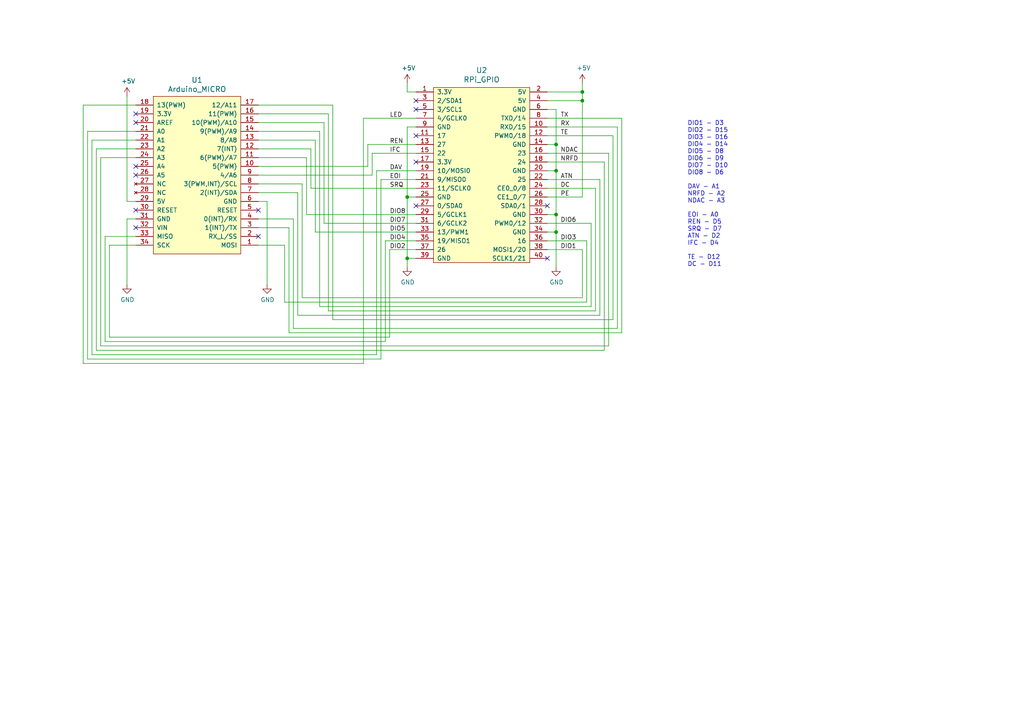
<source format=kicad_sch>
(kicad_sch (version 20211123) (generator eeschema)
  (paper "A4")
  (title_block (title "GrasPiB-AR488 Adapter") (date "2021-11-27") (rev "0") (company "A. Vene") (comment 1 "GrasPiB to Arduino Micro Adapter Board"))
  (lib_symbols
    (symbol "McuBoards:Arduino_MICRO" (pin_names (offset 1.016))
      (property "Reference" "U" (at 11.43 -24.13 0))
      (property "Value" "Arduino_MICRO" (at 0 24.13 0))
      (symbol "Arduino_MICRO_0_1"
        (rectangle (start -12.7 22.86) (end 12.7 -22.86) (fill (type background)))
      )
      (symbol "Arduino_MICRO_1_1"
        (pin output line (at -17.78 20.32 0) (length 5.08) (name "MOSI") (number "1"))
        (pin bidirectional line (at -17.78 -2.54 0) (length 5.08) (name "5(PWM)") (number "10"))
        (pin bidirectional line (at -17.78 -5.08 0) (length 5.08) (name "6(PWM)/A7") (number "11"))
        (pin bidirectional line (at -17.78 -7.62 0) (length 5.08) (name "7(INT)") (number "12"))
        (pin bidirectional line (at -17.78 -10.16 0) (length 5.08) (name "8/A8") (number "13"))
        (pin bidirectional line (at -17.78 -12.7 0) (length 5.08) (name "9(PWM)/A9") (number "14"))
        (pin bidirectional line (at -17.78 -15.24 0) (length 5.08) (name "10(PWM)/A10") (number "15"))
        (pin bidirectional line (at -17.78 -17.78 0) (length 5.08) (name "11(PWM)") (number "16"))
        (pin bidirectional line (at -17.78 -20.32 0) (length 5.08) (name "12/A11") (number "17"))
        (pin bidirectional line (at 17.78 -20.32 180) (length 5.08) (name "13(PWM)") (number "18"))
        (pin power_out line (at 17.78 -17.78 180) (length 5.08) (name "3.3V") (number "19"))
        (pin bidirectional line (at -17.78 17.78 0) (length 5.08) (name "RX_L/SS") (number "2"))
        (pin power_in line (at 17.78 -15.24 180) (length 5.08) (name "AREF") (number "20"))
        (pin bidirectional line (at 17.78 -12.7 180) (length 5.08) (name "A0") (number "21"))
        (pin bidirectional line (at 17.78 -10.16 180) (length 5.08) (name "A1") (number "22"))
        (pin bidirectional line (at 17.78 -7.62 180) (length 5.08) (name "A2") (number "23"))
        (pin bidirectional line (at 17.78 -5.08 180) (length 5.08) (name "A3") (number "24"))
        (pin bidirectional line (at 17.78 -2.54 180) (length 5.08) (name "A4") (number "25"))
        (pin bidirectional line (at 17.78 0 180) (length 5.08) (name "A5") (number "26"))
        (pin no_connect line (at 17.78 2.54 180) (length 5.08) (name "NC") (number "27"))
        (pin no_connect line (at 17.78 5.08 180) (length 5.08) (name "NC") (number "28"))
        (pin power_in line (at 17.78 7.62 180) (length 5.08) (name "5V") (number "29"))
        (pin bidirectional line (at -17.78 15.24 0) (length 5.08) (name "1(INT)/TX") (number "3"))
        (pin input line (at 17.78 10.16 180) (length 5.08) (name "RESET") (number "30"))
        (pin power_in line (at 17.78 12.7 180) (length 5.08) (name "GND") (number "31"))
        (pin power_in line (at 17.78 15.24 180) (length 5.08) (name "VIN") (number "32"))
        (pin bidirectional line (at 17.78 17.78 180) (length 5.08) (name "MISO") (number "33"))
        (pin bidirectional line (at 17.78 20.32 180) (length 5.08) (name "SCK") (number "34"))
        (pin bidirectional line (at -17.78 12.7 0) (length 5.08) (name "0(INT)/RX") (number "4"))
        (pin input line (at -17.78 10.16 0) (length 5.08) (name "RESET") (number "5"))
        (pin power_in line (at -17.78 7.62 0) (length 5.08) (name "GND") (number "6"))
        (pin power_in line (at -17.78 5.08 0) (length 5.08) (name "2(INT)/SDA") (number "7"))
        (pin bidirectional line (at -17.78 2.54 0) (length 5.08) (name "3(PWM,INT)/SCL") (number "8"))
        (pin bidirectional line (at -17.78 0 0) (length 5.08) (name "4/A6") (number "9"))
      )
    )
    (symbol "RaspberryPi:RPi_GPIO" (pin_names (offset 1.016))
      (property "Reference" "U" (at 27.94 -12.7 0))
      (property "Value" "RPi_GPIO" (at 0 0 0))
      (symbol "RPi_GPIO_0_1"
        (rectangle (start -25.4 13.97) (end 25.4 -13.97) (fill (type background)))
      )
      (symbol "RPi_GPIO_1_1"
        (pin power_out line (at -24.13 -19.05 90) (length 5.08) (name "3.3V") (number "1"))
        (pin bidirectional line (at -13.97 19.05 270) (length 5.08) (name "RXD/15") (number "10"))
        (pin bidirectional line (at -11.43 -19.05 90) (length 5.08) (name "17") (number "11"))
        (pin bidirectional line (at -11.43 19.05 270) (length 5.08) (name "PWM0/18") (number "12"))
        (pin bidirectional line (at -8.89 -19.05 90) (length 5.08) (name "27") (number "13"))
        (pin passive line (at -8.89 19.05 270) (length 5.08) (name "GND") (number "14"))
        (pin bidirectional line (at -6.35 -19.05 90) (length 5.08) (name "22") (number "15"))
        (pin bidirectional line (at -6.35 19.05 270) (length 5.08) (name "23") (number "16"))
        (pin power_out line (at -3.81 -19.05 90) (length 5.08) (name "3.3V") (number "17"))
        (pin bidirectional line (at -3.81 19.05 270) (length 5.08) (name "24") (number "18"))
        (pin bidirectional line (at -1.27 -19.05 90) (length 5.08) (name "10/MOSI0") (number "19"))
        (pin power_in line (at -24.13 19.05 270) (length 5.08) (name "5V") (number "2"))
        (pin passive line (at -1.27 19.05 270) (length 5.08) (name "GND") (number "20"))
        (pin bidirectional line (at 1.27 -19.05 90) (length 5.08) (name "9/MISO0") (number "21"))
        (pin bidirectional line (at 1.27 19.05 270) (length 5.08) (name "25") (number "22"))
        (pin bidirectional line (at 3.81 -19.05 90) (length 5.08) (name "11/SCLK0") (number "23"))
        (pin bidirectional line (at 3.81 19.05 270) (length 5.08) (name "CE0_0/8") (number "24"))
        (pin passive line (at 6.35 -19.05 90) (length 5.08) (name "GND") (number "25"))
        (pin bidirectional line (at 6.35 19.05 270) (length 5.08) (name "CE1_0/7") (number "26"))
        (pin bidirectional line (at 8.89 -19.05 90) (length 5.08) (name "0/SDA0") (number "27"))
        (pin bidirectional line (at 8.89 19.05 270) (length 5.08) (name "SDA0/1") (number "28"))
        (pin bidirectional line (at 11.43 -19.05 90) (length 5.08) (name "5/GCLK1") (number "29"))
        (pin bidirectional line (at -21.59 -19.05 90) (length 5.08) (name "2/SDA1") (number "3"))
        (pin passive line (at 11.43 19.05 270) (length 5.08) (name "GND") (number "30"))
        (pin bidirectional line (at 13.97 -19.05 90) (length 5.08) (name "6/GCLK2") (number "31"))
        (pin bidirectional line (at 13.97 19.05 270) (length 5.08) (name "PWM0/12") (number "32"))
        (pin bidirectional line (at 16.51 -19.05 90) (length 5.08) (name "13/PWM1") (number "33"))
        (pin passive line (at 16.51 19.05 270) (length 5.08) (name "GND") (number "34"))
        (pin bidirectional line (at 19.05 -19.05 90) (length 5.08) (name "19/MISO1") (number "35"))
        (pin bidirectional line (at 19.05 19.05 270) (length 5.08) (name "16") (number "36"))
        (pin bidirectional line (at 21.59 -19.05 90) (length 5.08) (name "26") (number "37"))
        (pin bidirectional line (at 21.59 19.05 270) (length 5.08) (name "MOSI1/20") (number "38"))
        (pin passive line (at 24.13 -19.05 90) (length 5.08) (name "GND") (number "39"))
        (pin power_in line (at -21.59 19.05 270) (length 5.08) (name "5V") (number "4"))
        (pin bidirectional line (at 24.13 19.05 270) (length 5.08) (name "SCLK1/21") (number "40"))
        (pin bidirectional line (at -19.05 -19.05 90) (length 5.08) (name "3/SCL1") (number "5"))
        (pin passive line (at -19.05 19.05 270) (length 5.08) (name "GND") (number "6"))
        (pin bidirectional line (at -16.51 -19.05 90) (length 5.08) (name "4/GCLK0") (number "7"))
        (pin bidirectional line (at -16.51 19.05 270) (length 5.08) (name "TXD/14") (number "8"))
        (pin passive line (at -13.97 -19.05 90) (length 5.08) (name "GND") (number "9"))
      )
    )
    (symbol "power:+5V" (power) (pin_names (offset 0))
      (property "Value" "+5V" (at 0 3.556 0))
      (symbol "+5V_0_1"
        (polyline (pts (xy -0.762 1.27) (xy 0 2.54)))
        (polyline (pts (xy 0 0) (xy 0 2.54)))
        (polyline (pts (xy 0 2.54) (xy 0.762 1.27)))
      )
      (symbol "+5V_1_1"
        (pin power_in line (at 0 0 90) (length 0) hide (name "+5V") (number "1"))
      )
    )
    (symbol "power:GND" (power) (pin_names (offset 0))
      (property "Value" "GND" (at 0 -3.81 0))
      (symbol "GND_0_1"
        (polyline (pts (xy 0 0) (xy 0 -1.27) (xy 1.27 -1.27) (xy 0 -2.54) (xy -1.27 -1.27) (xy 0 -1.27)))
      )
      (symbol "GND_1_1"
        (pin power_in line (at 0 0 270) (length 0) hide (name "GND") (number "1"))
      )
    )
  )
  (junction (at 118.11 57.15))
  (junction (at 168.91 29.21))
  (junction (at 161.29 49.53))
  (junction (at 161.29 41.91))
  (junction (at 118.11 74.93))
  (junction (at 168.91 26.67))
  (junction (at 161.29 67.31))
  (junction (at 161.29 62.23))
  (no_connect (at 120.65 39.37))
  (no_connect (at 39.37 60.96))
  (no_connect (at 120.65 31.75))
  (no_connect (at 158.75 59.69))
  (no_connect (at 39.37 33.02))
  (no_connect (at 39.37 50.8))
  (no_connect (at 39.37 35.56))
  (no_connect (at 74.93 60.96))
  (no_connect (at 39.37 48.26))
  (no_connect (at 158.75 74.93))
  (no_connect (at 74.93 68.58))
  (no_connect (at 120.65 59.69))
  (no_connect (at 39.37 66.04))
  (no_connect (at 120.65 46.99))
  (no_connect (at 120.65 29.21))
  (wire (pts (xy 90.17 54.61) (xy 90.17 43.18)))
  (wire (pts (xy 106.68 41.91) (xy 106.68 48.26)))
  (wire (pts (xy 26.67 102.87) (xy 26.67 40.64)))
  (wire (pts (xy 25.4 38.1) (xy 39.37 38.1)))
  (wire (pts (xy 158.75 57.15) (xy 168.91 57.15)))
  (wire (pts (xy 87.63 53.34) (xy 74.93 53.34)))
  (wire (pts (xy 39.37 58.42) (xy 36.83 58.42)))
  (wire (pts (xy 175.26 101.6) (xy 27.94 101.6)))
  (wire (pts (xy 120.65 26.67) (xy 118.11 26.67)))
  (wire (pts (xy 26.67 40.64) (xy 39.37 40.64)))
  (wire (pts (xy 25.4 104.14) (xy 25.4 38.1)))
  (wire (pts (xy 107.95 50.8) (xy 74.93 50.8)))
  (wire (pts (xy 36.83 82.55) (xy 36.83 63.5)))
  (wire (pts (xy 74.93 63.5) (xy 85.09 63.5)))
  (wire (pts (xy 30.48 68.58) (xy 39.37 68.58)))
  (wire (pts (xy 177.8 39.37) (xy 158.75 39.37)))
  (wire (pts (xy 177.8 92.71) (xy 177.8 39.37)))
  (wire (pts (xy 158.75 52.07) (xy 173.99 52.07)))
  (wire (pts (xy 158.75 44.45) (xy 176.53 44.45)))
  (wire (pts (xy 158.75 64.77) (xy 171.45 64.77)))
  (wire (pts (xy 91.44 67.31) (xy 91.44 40.64)))
  (wire (pts (xy 85.09 63.5) (xy 85.09 95.25)))
  (wire (pts (xy 111.76 99.06) (xy 30.48 99.06)))
  (wire (pts (xy 106.68 48.26) (xy 74.93 48.26)))
  (wire (pts (xy 161.29 49.53) (xy 161.29 41.91)))
  (wire (pts (xy 77.47 82.55) (xy 77.47 58.42)))
  (wire (pts (xy 96.52 30.48) (xy 74.93 30.48)))
  (wire (pts (xy 74.93 66.04) (xy 83.82 66.04)))
  (wire (pts (xy 82.55 87.63) (xy 82.55 71.12)))
  (wire (pts (xy 118.11 36.83) (xy 118.11 57.15)))
  (wire (pts (xy 168.91 26.67) (xy 168.91 24.13)))
  (wire (pts (xy 31.75 97.79) (xy 31.75 71.12)))
  (wire (pts (xy 27.94 101.6) (xy 27.94 43.18)))
  (wire (pts (xy 173.99 91.44) (xy 86.36 91.44)))
  (wire (pts (xy 170.18 69.85) (xy 170.18 87.63)))
  (wire (pts (xy 171.45 64.77) (xy 171.45 88.9)))
  (wire (pts (xy 92.71 88.9) (xy 92.71 38.1)))
  (wire (pts (xy 120.65 72.39) (xy 113.03 72.39)))
  (wire (pts (xy 120.65 62.23) (xy 88.9 62.23)))
  (wire (pts (xy 96.52 92.71) (xy 96.52 30.48)))
  (wire (pts (xy 168.91 26.67) (xy 158.75 26.67)))
  (wire (pts (xy 120.65 69.85) (xy 111.76 69.85)))
  (wire (pts (xy 29.21 100.33) (xy 29.21 45.72)))
  (wire (pts (xy 24.13 105.41) (xy 24.13 30.48)))
  (wire (pts (xy 88.9 45.72) (xy 74.93 45.72)))
  (wire (pts (xy 161.29 62.23) (xy 161.29 49.53)))
  (wire (pts (xy 176.53 100.33) (xy 29.21 100.33)))
  (wire (pts (xy 88.9 62.23) (xy 88.9 45.72)))
  (wire (pts (xy 158.75 67.31) (xy 161.29 67.31)))
  (wire (pts (xy 109.22 102.87) (xy 26.67 102.87)))
  (wire (pts (xy 175.26 46.99) (xy 175.26 101.6)))
  (wire (pts (xy 87.63 86.36) (xy 87.63 53.34)))
  (wire (pts (xy 168.91 86.36) (xy 87.63 86.36)))
  (wire (pts (xy 111.76 69.85) (xy 111.76 99.06)))
  (wire (pts (xy 31.75 71.12) (xy 39.37 71.12)))
  (wire (pts (xy 118.11 57.15) (xy 118.11 74.93)))
  (wire (pts (xy 107.95 44.45) (xy 107.95 50.8)))
  (wire (pts (xy 36.83 63.5) (xy 39.37 63.5)))
  (wire (pts (xy 29.21 45.72) (xy 39.37 45.72)))
  (wire (pts (xy 77.47 58.42) (xy 74.93 58.42)))
  (wire (pts (xy 168.91 57.15) (xy 168.91 29.21)))
  (wire (pts (xy 109.22 49.53) (xy 109.22 102.87)))
  (wire (pts (xy 120.65 34.29) (xy 105.41 34.29)))
  (wire (pts (xy 91.44 40.64) (xy 74.93 40.64)))
  (wire (pts (xy 172.72 90.17) (xy 95.25 90.17)))
  (wire (pts (xy 95.25 33.02) (xy 95.25 90.17)))
  (wire (pts (xy 36.83 58.42) (xy 36.83 27.94)))
  (wire (pts (xy 120.65 44.45) (xy 107.95 44.45)))
  (wire (pts (xy 179.07 36.83) (xy 158.75 36.83)))
  (wire (pts (xy 110.49 104.14) (xy 25.4 104.14)))
  (wire (pts (xy 173.99 52.07) (xy 173.99 91.44)))
  (wire (pts (xy 120.65 57.15) (xy 118.11 57.15)))
  (wire (pts (xy 179.07 95.25) (xy 179.07 36.83)))
  (wire (pts (xy 161.29 67.31) (xy 161.29 62.23)))
  (wire (pts (xy 86.36 55.88) (xy 74.93 55.88)))
  (wire (pts (xy 118.11 74.93) (xy 120.65 74.93)))
  (wire (pts (xy 180.34 96.52) (xy 180.34 34.29)))
  (wire (pts (xy 90.17 43.18) (xy 74.93 43.18)))
  (wire (pts (xy 92.71 38.1) (xy 74.93 38.1)))
  (wire (pts (xy 120.65 64.77) (xy 93.98 64.77)))
  (wire (pts (xy 120.65 36.83) (xy 118.11 36.83)))
  (wire (pts (xy 86.36 91.44) (xy 86.36 55.88)))
  (wire (pts (xy 171.45 88.9) (xy 92.71 88.9)))
  (wire (pts (xy 158.75 49.53) (xy 161.29 49.53)))
  (wire (pts (xy 158.75 46.99) (xy 175.26 46.99)))
  (wire (pts (xy 24.13 30.48) (xy 39.37 30.48)))
  (wire (pts (xy 161.29 77.47) (xy 161.29 67.31)))
  (wire (pts (xy 158.75 62.23) (xy 161.29 62.23)))
  (wire (pts (xy 85.09 95.25) (xy 179.07 95.25)))
  (wire (pts (xy 168.91 29.21) (xy 168.91 26.67)))
  (wire (pts (xy 113.03 97.79) (xy 31.75 97.79)))
  (wire (pts (xy 83.82 66.04) (xy 83.82 96.52)))
  (wire (pts (xy 93.98 64.77) (xy 93.98 35.56)))
  (wire (pts (xy 161.29 31.75) (xy 158.75 31.75)))
  (wire (pts (xy 172.72 54.61) (xy 172.72 90.17)))
  (wire (pts (xy 105.41 105.41) (xy 24.13 105.41)))
  (wire (pts (xy 110.49 52.07) (xy 110.49 104.14)))
  (wire (pts (xy 74.93 33.02) (xy 95.25 33.02)))
  (wire (pts (xy 96.52 92.71) (xy 177.8 92.71)))
  (wire (pts (xy 83.82 96.52) (xy 180.34 96.52)))
  (wire (pts (xy 30.48 99.06) (xy 30.48 68.58)))
  (wire (pts (xy 120.65 52.07) (xy 110.49 52.07)))
  (wire (pts (xy 168.91 29.21) (xy 158.75 29.21)))
  (wire (pts (xy 158.75 54.61) (xy 172.72 54.61)))
  (wire (pts (xy 120.65 54.61) (xy 90.17 54.61)))
  (wire (pts (xy 118.11 77.47) (xy 118.11 74.93)))
  (wire (pts (xy 120.65 67.31) (xy 91.44 67.31)))
  (wire (pts (xy 161.29 41.91) (xy 161.29 31.75)))
  (wire (pts (xy 105.41 34.29) (xy 105.41 105.41)))
  (wire (pts (xy 168.91 72.39) (xy 168.91 86.36)))
  (wire (pts (xy 180.34 34.29) (xy 158.75 34.29)))
  (wire (pts (xy 158.75 69.85) (xy 170.18 69.85)))
  (wire (pts (xy 158.75 72.39) (xy 168.91 72.39)))
  (wire (pts (xy 176.53 44.45) (xy 176.53 100.33)))
  (wire (pts (xy 158.75 41.91) (xy 161.29 41.91)))
  (wire (pts (xy 82.55 71.12) (xy 74.93 71.12)))
  (wire (pts (xy 170.18 87.63) (xy 82.55 87.63)))
  (wire (pts (xy 93.98 35.56) (xy 74.93 35.56)))
  (wire (pts (xy 113.03 72.39) (xy 113.03 97.79)))
  (wire (pts (xy 27.94 43.18) (xy 39.37 43.18)))
  (wire (pts (xy 120.65 49.53) (xy 109.22 49.53)))
  (wire (pts (xy 120.65 41.91) (xy 106.68 41.91)))
  (wire (pts (xy 118.11 26.67) (xy 118.11 24.13)))
  (text "DIO1 - D3\nDIO2 - D15\nDIO3 - D16\nDIO4 - D14\nDIO5 - D8\nDIO6 - D9\nDIO7 - D10\nDIO8 - D6\n\nDAV - A1\nNRFD - A2\nNDAC - A3\n\nEOI - A0\nREN - D5\nSRQ - D7\nATN - D2\nIFC - D4\n\nTE - D12\nDC - D11" (at 199.39 77.47 0) (effects (font (size 1.27 1.27)) (justify left bottom)))
  (label "DIO4" (at 113.03 69.85 0))
  (label "NDAC" (at 162.56 44.45 0))
  (label "DIO8" (at 113.03 62.23 0))
  (label "PE" (at 162.56 57.15 0))
  (label "SRQ" (at 113.03 54.61 0))
  (label "IFC" (at 113.03 44.45 0))
  (label "EOI" (at 113.03 52.07 0))
  (label "DIO1" (at 162.56 72.39 0))
  (label "DAV" (at 113.03 49.53 0))
  (label "DIO2" (at 113.03 72.39 0))
  (label "DC" (at 162.56 54.61 0))
  (label "TE" (at 162.56 39.37 0))
  (label "REN" (at 113.03 41.91 0))
  (label "LED" (at 113.03 34.29 0))
  (label "ATN" (at 162.56 52.07 0))
  (label "RX" (at 162.56 36.83 0))
  (label "DIO6" (at 162.56 64.77 0))
  (label "DIO5" (at 113.03 67.31 0))
  (label "DIO7" (at 113.03 64.77 0))
  (label "NRFD" (at 162.56 46.99 0))
  (label "DIO3" (at 162.56 69.85 0))
  (label "TX" (at 162.56 34.29 0))
  (symbol (lib_id "McuBoards:Arduino_MICRO") (at 57.15 50.8 180) (unit 1)
    (property "Reference" "U1" (at 57.15 23.1902 0) (effects (font (size 1.524 1.524))))
    (property "Value" "Arduino_MICRO" (at 57.15 25.8826 0) (effects (font (size 1.524 1.524))))
    (property "Footprint" "ArduinoMirco:ArduinoMicro" (effects hide))
  )
  (symbol (lib_id "RaspberryPi:RPi_GPIO") (at 139.7 50.8 270) (unit 1)
    (property "Reference" "U2" (at 139.7 20.3962 90) (effects (font (size 1.524 1.524))))
    (property "Value" "RPi_GPIO" (at 139.7 23.0886 90) (effects (font (size 1.524 1.524))))
    (property "Footprint" "RaspberryPi:RPi4_Hat" (effects hide))
  )
  (symbol (lib_id "power:GND") (at 161.29 77.47 0) (unit 1)
    (property "Reference" "#PWR0101" (effects hide))
    (property "Value" "GND" (at 161.417 81.8642 0))
  )
  (symbol (lib_id "power:GND") (at 118.11 77.47 0) (unit 1)
    (property "Reference" "#PWR0102" (effects hide))
    (property "Value" "GND" (at 118.237 81.8642 0))
  )
  (symbol (lib_id "power:GND") (at 77.47 82.55 0) (unit 1)
    (property "Reference" "#PWR0103" (effects hide))
    (property "Value" "GND" (at 77.597 86.9442 0))
  )
  (symbol (lib_id "power:GND") (at 36.83 82.55 0) (unit 1)
    (property "Reference" "#PWR0104" (effects hide))
    (property "Value" "GND" (at 36.957 86.9442 0))
  )
  (symbol (lib_id "power:+5V") (at 168.91 24.13 0) (unit 1)
    (property "Reference" "#PWR0105" (effects hide))
    (property "Value" "+5V" (at 169.291 19.7358 0))
  )
  (symbol (lib_id "power:+5V") (at 36.83 27.94 0) (unit 1)
    (property "Reference" "#PWR0106" (effects hide))
    (property "Value" "+5V" (at 37.211 23.5458 0))
  )
  (symbol (lib_id "power:+5V") (at 118.11 24.13 0) (unit 1)
    (property "Reference" "#PWR0107" (effects hide))
    (property "Value" "+5V" (at 118.491 19.7358 0))
  )
)
</source>
